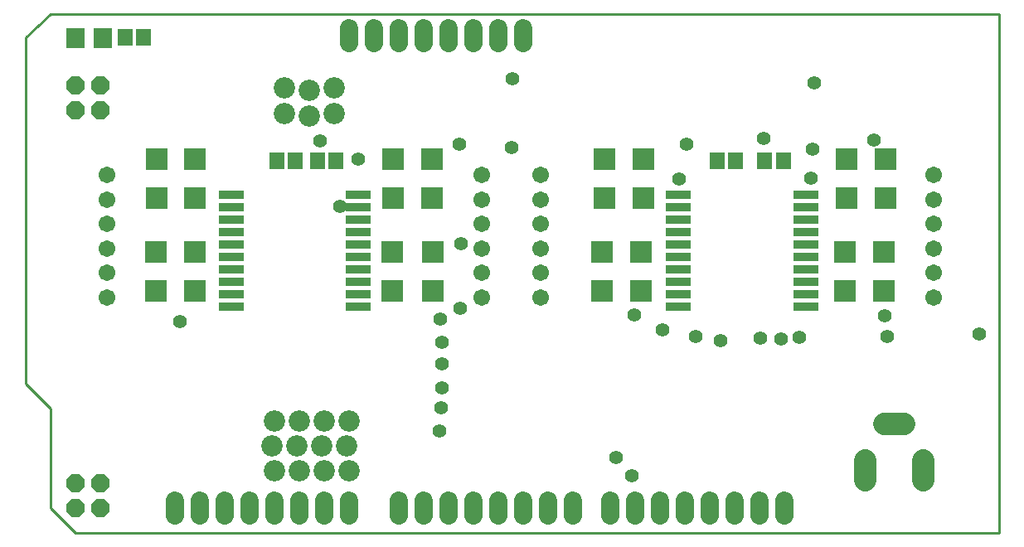
<source format=gts>
G75*
%MOIN*%
%OFA0B0*%
%FSLAX25Y25*%
%IPPOS*%
%LPD*%
%AMOC8*
5,1,8,0,0,1.08239X$1,22.5*
%
%ADD10C,0.01000*%
%ADD11C,0.07200*%
%ADD12R,0.07499X0.08298*%
%ADD13R,0.06318X0.07106*%
%ADD14R,0.09861X0.03562*%
%ADD15R,0.09074X0.09074*%
%ADD16C,0.09074*%
%ADD17C,0.06743*%
%ADD18C,0.08600*%
%ADD19OC8,0.07200*%
%ADD20C,0.05562*%
D10*
X0023777Y0020657D02*
X0033777Y0010657D01*
X0404978Y0010657D01*
X0404978Y0219319D01*
X0023777Y0219319D01*
X0023748Y0219267D01*
X0013777Y0209968D01*
X0013777Y0070657D01*
X0023777Y0060657D01*
X0023777Y0020657D01*
D11*
X0073777Y0017657D02*
X0073777Y0023657D01*
X0083777Y0023657D02*
X0083777Y0017657D01*
X0093777Y0017657D02*
X0093777Y0023657D01*
X0103777Y0023657D02*
X0103777Y0017657D01*
X0113777Y0017657D02*
X0113777Y0023657D01*
X0123777Y0023657D02*
X0123777Y0017657D01*
X0133777Y0017657D02*
X0133777Y0023657D01*
X0143777Y0023657D02*
X0143777Y0017657D01*
X0163777Y0017657D02*
X0163777Y0023657D01*
X0173777Y0023657D02*
X0173777Y0017657D01*
X0183777Y0017657D02*
X0183777Y0023657D01*
X0193777Y0023657D02*
X0193777Y0017657D01*
X0203777Y0017657D02*
X0203777Y0023657D01*
X0213777Y0023657D02*
X0213777Y0017657D01*
X0223777Y0017657D02*
X0223777Y0023657D01*
X0233777Y0023657D02*
X0233777Y0017657D01*
X0248777Y0017657D02*
X0248777Y0023657D01*
X0258777Y0023657D02*
X0258777Y0017657D01*
X0268777Y0017657D02*
X0268777Y0023657D01*
X0278777Y0023657D02*
X0278777Y0017657D01*
X0288777Y0017657D02*
X0288777Y0023657D01*
X0298777Y0023657D02*
X0298777Y0017657D01*
X0308777Y0017657D02*
X0308777Y0023657D01*
X0318777Y0023657D02*
X0318777Y0017657D01*
X0213777Y0207657D02*
X0213777Y0213657D01*
X0203777Y0213657D02*
X0203777Y0207657D01*
X0193777Y0207657D02*
X0193777Y0213657D01*
X0183777Y0213657D02*
X0183777Y0207657D01*
X0173777Y0207657D02*
X0173777Y0213657D01*
X0163777Y0213657D02*
X0163777Y0207657D01*
X0153777Y0207657D02*
X0153777Y0213657D01*
X0143777Y0213657D02*
X0143777Y0207657D01*
D12*
X0044961Y0209601D03*
X0033764Y0209601D03*
D13*
X0053684Y0209846D03*
X0061164Y0209846D03*
X0114650Y0160370D03*
X0122130Y0160370D03*
X0130974Y0160370D03*
X0138455Y0160370D03*
X0291705Y0160370D03*
X0299185Y0160370D03*
X0310852Y0160370D03*
X0318332Y0160370D03*
D14*
X0327428Y0146670D03*
X0327428Y0141670D03*
X0327428Y0136670D03*
X0327428Y0131670D03*
X0327428Y0126670D03*
X0327428Y0121670D03*
X0327428Y0116670D03*
X0327428Y0111670D03*
X0327428Y0106670D03*
X0327428Y0101670D03*
X0276247Y0101670D03*
X0276247Y0106670D03*
X0276247Y0111670D03*
X0276247Y0116670D03*
X0276247Y0121670D03*
X0276247Y0126670D03*
X0276247Y0131670D03*
X0276247Y0136670D03*
X0276247Y0141670D03*
X0276247Y0146670D03*
X0147599Y0146670D03*
X0147599Y0141670D03*
X0147599Y0136670D03*
X0147599Y0131670D03*
X0147599Y0126670D03*
X0147599Y0121670D03*
X0147599Y0116670D03*
X0147599Y0111670D03*
X0147599Y0106670D03*
X0147599Y0101670D03*
X0096418Y0101670D03*
X0096418Y0106670D03*
X0096418Y0111670D03*
X0096418Y0116670D03*
X0096418Y0121670D03*
X0096418Y0126670D03*
X0096418Y0131670D03*
X0096418Y0136670D03*
X0096418Y0141670D03*
X0096418Y0146670D03*
D15*
X0081898Y0145096D03*
X0066330Y0145096D03*
X0066330Y0160844D03*
X0081898Y0160844D03*
X0081675Y0123644D03*
X0065984Y0123644D03*
X0065984Y0107896D03*
X0081675Y0107896D03*
X0161256Y0107896D03*
X0177526Y0107896D03*
X0177526Y0123644D03*
X0161256Y0123644D03*
X0161483Y0145096D03*
X0177087Y0145096D03*
X0177087Y0160844D03*
X0161483Y0160844D03*
X0245629Y0123644D03*
X0261155Y0123644D03*
X0261155Y0107896D03*
X0245629Y0107896D03*
X0246579Y0145096D03*
X0262252Y0145096D03*
X0262252Y0160844D03*
X0246579Y0160844D03*
X0343901Y0160844D03*
X0359443Y0160844D03*
X0359443Y0145096D03*
X0343901Y0145096D03*
X0343254Y0123644D03*
X0358962Y0123644D03*
X0358962Y0107896D03*
X0343254Y0107896D03*
D16*
X0358812Y0054519D02*
X0366686Y0054519D01*
X0374520Y0039834D02*
X0374520Y0031960D01*
X0350990Y0031980D02*
X0350990Y0039854D01*
D17*
X0378896Y0105258D03*
X0378896Y0115100D03*
X0378896Y0124943D03*
X0378896Y0134785D03*
X0378896Y0144628D03*
X0378896Y0154470D03*
X0220737Y0154470D03*
X0220737Y0144628D03*
X0220737Y0134785D03*
X0220737Y0124943D03*
X0220737Y0115100D03*
X0220737Y0105258D03*
X0197114Y0105258D03*
X0197114Y0115100D03*
X0197114Y0124943D03*
X0197114Y0134785D03*
X0197114Y0144628D03*
X0197114Y0154470D03*
X0046576Y0154470D03*
X0046576Y0144628D03*
X0046576Y0134785D03*
X0046576Y0124943D03*
X0046576Y0115100D03*
X0046576Y0105258D03*
D18*
X0113754Y0055457D03*
X0123754Y0055457D03*
X0133754Y0055457D03*
X0143754Y0055457D03*
X0142754Y0045457D03*
X0132754Y0045457D03*
X0122754Y0045457D03*
X0112754Y0045457D03*
X0113754Y0035457D03*
X0123754Y0035457D03*
X0133754Y0035457D03*
X0143754Y0035457D03*
X0127681Y0178378D03*
X0137681Y0179378D03*
X0137665Y0189415D03*
X0127665Y0188415D03*
X0117665Y0189415D03*
X0117681Y0179378D03*
D19*
X0043787Y0180654D03*
X0033787Y0180654D03*
X0033787Y0190654D03*
X0043787Y0190654D03*
X0043782Y0030656D03*
X0033782Y0030656D03*
X0033782Y0020656D03*
X0043782Y0020656D03*
D20*
X0075644Y0095726D03*
X0140110Y0141870D03*
X0147580Y0160792D03*
X0132015Y0168189D03*
X0188208Y0166901D03*
X0209278Y0165511D03*
X0209404Y0193364D03*
X0279498Y0166996D03*
X0276552Y0152826D03*
X0310536Y0169147D03*
X0330094Y0165037D03*
X0329345Y0153258D03*
X0354893Y0168701D03*
X0330674Y0191493D03*
X0188875Y0127004D03*
X0188494Y0101004D03*
X0180421Y0096616D03*
X0181252Y0087137D03*
X0181119Y0078601D03*
X0181050Y0068976D03*
X0180647Y0060904D03*
X0180244Y0051420D03*
X0193488Y0020946D03*
X0251080Y0040922D03*
X0257613Y0033416D03*
X0293121Y0087929D03*
X0282986Y0089574D03*
X0269744Y0092379D03*
X0258333Y0098107D03*
X0309053Y0089001D03*
X0317540Y0088476D03*
X0324676Y0089316D03*
X0360033Y0089482D03*
X0359270Y0097995D03*
X0397120Y0090742D03*
M02*

</source>
